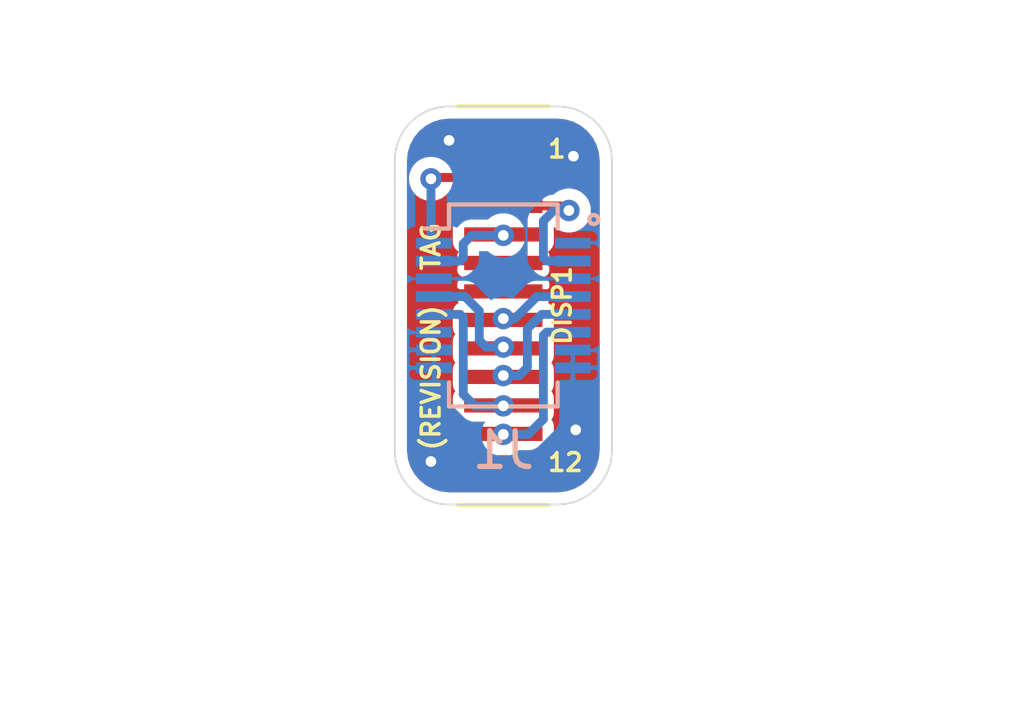
<source format=kicad_pcb>
(kicad_pcb (version 20221018) (generator pcbnew)
  (layers (0 "F.Cu" signal) (31 "B.Cu" signal) (34 "B.Paste" user) (35 "F.Paste" user) (36 "B.SilkS" user "B.Silkscreen") (37 "F.SilkS" user "F.Silkscreen") (38 "B.Mask" user) (39 "F.Mask" user) (44 "Edge.Cuts" user))
  (property "DATE" "YYYY-MM-DD HH:MM:SS")
  (property "REVISION" "REVISION")
  (property "TAG" "TAG")
  (net 0 "")
  (net 1 "GND")
  (net 2 "MOSI")
  (net 3 "CS")
  (net 4 "+3V3")
  (net 5 "LEDK")
  (net 6 "RESET")
  (net 7 "SCLK")
  (net 8 "DC")
  (net 9 "LEDA")
  (footprint "Gigahawk:STP240320_0200B" (layer "F.Cu") (at 116.332 83.9978)
    (fp_text reference "DISP1" (at 1.651 4.3942 270) (layer "F.SilkS") (effects (font (size 0.5 0.5) (thickness 0.1))))
    (fp_text value "STP240320_0200B")
    (fp_text user "12" (at 1.2 8.8) (layer "F.SilkS") (effects (font (size 0.5 0.5) (thickness 0.1)) (justify left)))
    (fp_text user "1" (at 1.2 0) (layer "F.SilkS") (effects (font (size 0.5 0.5) (thickness 0.1)) (justify left)))
    (fp_line (start -1.27 -1.2) (end 1.27 -1.2) (stroke (width 0.12)) (layer "F.SilkS"))
    (fp_line (start -1.27 10) (end 1.27 10) (stroke (width 0.12)) (layer "F.SilkS"))
    (pad "1" smd rect (at 0 0 90) (size 0.4 2.2) (layers "F.Cu" "F.Paste" "F.Mask") (net 1 "GND"))
    (pad "2" smd rect (at 0 0.8 90) (size 0.4 2.2) (layers "F.Cu" "F.Paste" "F.Mask") (net 5 "LEDK"))
    (pad "3" smd rect (at 0 1.6 90) (size 0.4 2.2) (layers "F.Cu" "F.Paste" "F.Mask") (net 9 "LEDA"))
    (pad "4" smd rect (at 0 2.4 90) (size 0.4 2.2) (layers "F.Cu" "F.Paste" "F.Mask") (net 4 "+3V3"))
    (pad "5" smd rect (at 0 3.2 90) (size 0.4 2.2) (layers "F.Cu" "F.Paste" "F.Mask") (net 1 "GND"))
    (pad "6" smd rect (at 0 4 90) (size 0.4 2.2) (layers "F.Cu" "F.Paste" "F.Mask") (net 1 "GND"))
    (pad "7" smd rect (at 0 4.8 90) (size 0.4 2.2) (layers "F.Cu" "F.Paste" "F.Mask") (net 8 "DC"))
    (pad "8" smd rect (at 0 5.6 90) (size 0.4 2.2) (layers "F.Cu" "F.Paste" "F.Mask") (net 3 "CS"))
    (pad "9" smd rect (at 0 6.4 90) (size 0.4 2.2) (layers "F.Cu" "F.Paste" "F.Mask") (net 7 "SCLK"))
    (pad "10" smd rect (at 0 7.2 90) (size 0.4 2.2) (layers "F.Cu" "F.Paste" "F.Mask") (net 2 "MOSI"))
    (pad "11" smd rect (at 0 8 90) (size 0.4 2.2) (layers "F.Cu" "F.Paste" "F.Mask") (net 6 "RESET"))
    (pad "12" smd rect (at 0 8.8 90) (size 0.4 2.2) (layers "F.Cu" "F.Paste" "F.Mask") (net 1 "GND"))
  )
  (footprint "Connector_Molex:Molex_SlimStack_55560-0161_2x08_P0.50mm_Vertical" (layer "B.Cu") (at 116.332 88.392 -90)
    (fp_text reference "J1" (at 4.064 0) (layer "B.SilkS") (effects (justify mirror)))
    (fp_text value "Conn_02x08_Odd_Even")
    (fp_line (start -2.835 -1.525) (end -2.835 1.525) (stroke (width 0.12)) (layer "B.SilkS"))
    (fp_line (start -2.835 1.525) (end -2.16 1.525) (stroke (width 0.12)) (layer "B.SilkS"))
    (fp_line (start -2.16 -1.525) (end -2.835 -1.525) (stroke (width 0.12)) (layer "B.SilkS"))
    (fp_line (start -2.16 1.525) (end -2.16 2.215) (stroke (width 0.12)) (layer "B.SilkS"))
    (fp_line (start 2.16 -1.525) (end 2.835 -1.525) (stroke (width 0.12)) (layer "B.SilkS"))
    (fp_line (start 2.835 -1.525) (end 2.835 1.525) (stroke (width 0.12)) (layer "B.SilkS"))
    (fp_line (start 2.835 1.525) (end 2.16 1.525) (stroke (width 0.12)) (layer "B.SilkS"))
    (pad "1" smd rect (at -1.75 1.95 270) (size 0.3 1) (layers "B.Cu" "B.Paste" "B.Mask") (net 5 "LEDK"))
    (pad "2" smd rect (at -1.75 -1.95 270) (size 0.3 1) (layers "B.Cu" "B.Paste" "B.Mask") (net 1 "GND"))
    (pad "3" smd rect (at -1.25 1.95 270) (size 0.3 1) (layers "B.Cu" "B.Paste" "B.Mask") (net 4 "+3V3"))
    (pad "4" smd rect (at -1.25 -1.95 270) (size 0.3 1) (layers "B.Cu" "B.Paste" "B.Mask") (net 9 "LEDA"))
    (pad "5" smd rect (at -0.75 1.95 270) (size 0.3 1) (layers "B.Cu" "B.Paste" "B.Mask") (net 1 "GND"))
    (pad "6" smd rect (at -0.75 -1.95 270) (size 0.3 1) (layers "B.Cu" "B.Paste" "B.Mask") (net 1 "GND"))
    (pad "7" smd rect (at -0.25 1.95 270) (size 0.3 1) (layers "B.Cu" "B.Paste" "B.Mask") (net 3 "CS"))
    (pad "8" smd rect (at -0.25 -1.95 270) (size 0.3 1) (layers "B.Cu" "B.Paste" "B.Mask") (net 8 "DC"))
    (pad "9" smd rect (at 0.25 1.95 270) (size 0.3 1) (layers "B.Cu" "B.Paste" "B.Mask") (net 2 "MOSI"))
    (pad "10" smd rect (at 0.25 -1.95 270) (size 0.3 1) (layers "B.Cu" "B.Paste" "B.Mask") (net 7 "SCLK"))
    (pad "11" smd rect (at 0.75 1.95 270) (size 0.3 1) (layers "B.Cu" "B.Paste" "B.Mask") (net 1 "GND"))
    (pad "12" smd rect (at 0.75 -1.95 270) (size 0.3 1) (layers "B.Cu" "B.Paste" "B.Mask") (net 6 "RESET"))
    (pad "13" smd rect (at 1.25 1.95 270) (size 0.3 1) (layers "B.Cu" "B.Paste" "B.Mask") (net 1 "GND"))
    (pad "14" smd rect (at 1.25 -1.95 270) (size 0.3 1) (layers "B.Cu" "B.Paste" "B.Mask") (net 1 "GND"))
    (pad "15" smd rect (at 1.75 1.95 270) (size 0.3 1) (layers "B.Cu" "B.Paste" "B.Mask") (net 1 "GND"))
    (pad "16" smd rect (at 1.75 -1.95 270) (size 0.3 1) (layers "B.Cu" "B.Paste" "B.Mask") (net 1 "GND"))
  )
  (gr_circle (center 118.872 85.979) (end 118.872 86.106) (stroke (width 0.12)) (fill none) (layer "B.SilkS"))
  (gr_line (start 117.856 82.804) (end 114.808 82.804) (stroke (width 0.05)) (layer "Edge.Cuts"))
  (gr_line (start 113.284 84.328) (end 113.284 92.456) (stroke (width 0.05)) (layer "Edge.Cuts"))
  (gr_line (start 114.808 93.98) (end 117.856 93.98) (stroke (width 0.05)) (layer "Edge.Cuts"))
  (gr_arc (start 114.808 93.98) (mid 113.730369 93.533631) (end 113.284 92.456) (stroke (width 0.05)) (layer "Edge.Cuts"))
  (gr_arc (start 119.38 92.456) (mid 118.933631 93.533631) (end 117.856 93.98) (stroke (width 0.05)) (layer "Edge.Cuts"))
  (gr_arc (start 117.856 82.804) (mid 118.933631 83.250369) (end 119.38 84.328) (stroke (width 0.05)) (layer "Edge.Cuts"))
  (gr_line (start 119.38 92.456) (end 119.38 84.328) (stroke (width 0.05)) (layer "Edge.Cuts"))
  (gr_arc (start 113.284 84.328) (mid 113.730369 83.250369) (end 114.808 82.804) (stroke (width 0.05)) (layer "Edge.Cuts"))
  (gr_text "${TAG}" (at 114.3 86.741 90) (layer "F.SilkS") (effects (font (size 0.5 0.5) (thickness 0.1))))
  (gr_text "(${REVISION})" (at 114.3 90.424 90) (layer "F.SilkS") (effects (font (size 0.5 0.5) (thickness 0.1))))
  (segment (start 116.332 83.9978) (end 118.0973 83.9978) (width 0.25) (layer "F.Cu") (net 1))
  (segment (start 115.0493 83.9978) (end 114.808 83.7565) (width 0.25) (layer "F.Cu") (net 1))
  (segment (start 116.332 92.7978) (end 117.4507 92.7978) (width 0.25) (layer "F.Cu") (net 1))
  (segment (start 116.332 92.7978) (end 114.3243 92.7978) (width 0.25) (layer "F.Cu") (net 1))
  (segment (start 114.3243 92.7978) (end 114.3 92.7735) (width 0.25) (layer "F.Cu") (net 1))
  (segment (start 118.0973 83.9978) (end 118.3005 84.201) (width 0.25) (layer "F.Cu") (net 1))
  (segment (start 116.332 83.9978) (end 115.0493 83.9978) (width 0.25) (layer "F.Cu") (net 1))
  (segment (start 117.4507 92.7978) (end 118.364 91.8845) (width 0.25) (layer "F.Cu") (net 1))
  (via (at 114.808 83.7565) (size 0.6) (drill 0.3) (layers "F.Cu" "B.Cu") (net 1))
  (via (at 114.3 92.7735) (size 0.6) (drill 0.3) (layers "F.Cu" "B.Cu") (net 1))
  (via (at 118.364 91.8845) (size 0.6) (drill 0.3) (layers "F.Cu" "B.Cu") (net 1))
  (via (at 118.3005 84.201) (size 0.6) (drill 0.3) (layers "F.Cu" "B.Cu") (net 1))
  (segment (start 116.332 91.1978) (end 116.332 91.211497) (width 0.25) (layer "F.Cu") (net 2))
  (via (at 116.332 91.211497) (size 0.6) (drill 0.3) (layers "F.Cu" "B.Cu") (net 2))
  (segment (start 115.207001 88.731999) (end 115.117002 88.642) (width 0.25) (layer "B.Cu") (net 2))
  (segment (start 115.207001 90.886501) (end 115.207001 88.731999) (width 0.25) (layer "B.Cu") (net 2))
  (segment (start 116.332 91.211497) (end 115.531997 91.211497) (width 0.25) (layer "B.Cu") (net 2))
  (segment (start 115.531997 91.211497) (end 115.207001 90.886501) (width 0.25) (layer "B.Cu") (net 2))
  (segment (start 115.117002 88.642) (end 114.382 88.642) (width 0.25) (layer "B.Cu") (net 2))
  (segment (start 116.332 89.5978) (end 116.332 89.560497) (width 0.25) (layer "F.Cu") (net 3))
  (via (at 116.332 89.560497) (size 0.6) (drill 0.3) (layers "F.Cu" "B.Cu") (net 3))
  (segment (start 116.332 89.560497) (end 115.849497 89.560497) (width 0.25) (layer "B.Cu") (net 3))
  (segment (start 115.253412 88.142) (end 114.382 88.142) (width 0.25) (layer "B.Cu") (net 3))
  (segment (start 115.65701 88.545598) (end 115.253412 88.142) (width 0.25) (layer "B.Cu") (net 3))
  (segment (start 115.849497 89.560497) (end 115.657011 89.368011) (width 0.25) (layer "B.Cu") (net 3))
  (segment (start 115.657011 89.368011) (end 115.65701 88.545598) (width 0.25) (layer "B.Cu") (net 3))
  (segment (start 116.332 86.3978) (end 116.332 86.4235) (width 0.25) (layer "F.Cu") (net 4))
  (via (at 116.332 86.4235) (size 0.6) (drill 0.3) (layers "F.Cu" "B.Cu") (net 4))
  (segment (start 115.207001 87.052001) (end 115.207001 86.659499) (width 0.25) (layer "B.Cu") (net 4))
  (segment (start 115.117002 87.142) (end 115.207001 87.052001) (width 0.25) (layer "B.Cu") (net 4))
  (segment (start 116.332 86.4235) (end 115.443 86.4235) (width 0.25) (layer "B.Cu") (net 4))
  (segment (start 115.207001 86.659499) (end 115.443 86.4235) (width 0.25) (layer "B.Cu") (net 4))
  (segment (start 114.382 87.142) (end 115.117002 87.142) (width 0.25) (layer "B.Cu") (net 4))
  (segment (start 116.332 84.7978) (end 114.3382 84.7978) (width 0.25) (layer "F.Cu") (net 5))
  (segment (start 114.3382 84.7978) (end 114.3 84.836) (width 0.25) (layer "F.Cu") (net 5))
  (via (at 114.3 84.836) (size 0.6) (drill 0.3) (layers "F.Cu" "B.Cu") (net 5))
  (segment (start 114.3 86.56) (end 114.382 86.642) (width 0.25) (layer "B.Cu") (net 5))
  (segment (start 114.3 84.836) (end 114.3 86.56) (width 0.25) (layer "B.Cu") (net 5))
  (segment (start 116.332 91.9978) (end 116.332 92.0115) (width 0.25) (layer "F.Cu") (net 6))
  (via (at 116.332 92.0115) (size 0.6) (drill 0.3) (layers "F.Cu" "B.Cu") (net 6))
  (segment (start 116.332 92.0115) (end 117.0305 92.0115) (width 0.25) (layer "B.Cu") (net 6))
  (segment (start 117.456999 91.585001) (end 117.456999 89.231999) (width 0.25) (layer "B.Cu") (net 6))
  (segment (start 117.0305 92.0115) (end 117.456999 91.585001) (width 0.25) (layer "B.Cu") (net 6))
  (segment (start 117.456999 89.231999) (end 117.546998 89.142) (width 0.25) (layer "B.Cu") (net 6))
  (segment (start 117.546998 89.142) (end 118.282 89.142) (width 0.25) (layer "B.Cu") (net 6))
  (segment (start 116.332 90.3978) (end 116.332 90.3605) (width 0.25) (layer "F.Cu") (net 7))
  (via (at 116.332 90.3605) (size 0.6) (drill 0.3) (layers "F.Cu" "B.Cu") (net 7))
  (segment (start 116.332 90.3605) (end 116.7765 90.3605) (width 0.25) (layer "B.Cu") (net 7))
  (segment (start 117.410588 88.642) (end 118.282 88.642) (width 0.25) (layer "B.Cu") (net 7))
  (segment (start 117.006989 90.130011) (end 117.00699 89.045598) (width 0.25) (layer "B.Cu") (net 7))
  (segment (start 116.7765 90.3605) (end 117.006989 90.130011) (width 0.25) (layer "B.Cu") (net 7))
  (segment (start 117.00699 89.045598) (end 117.410588 88.642) (width 0.25) (layer "B.Cu") (net 7))
  (segment (start 116.332 88.7978) (end 116.332 88.760494) (width 0.25) (layer "F.Cu") (net 8))
  (via (at 116.332 88.760494) (size 0.6) (drill 0.3) (layers "F.Cu" "B.Cu") (net 8))
  (segment (start 116.655684 88.760494) (end 117.274178 88.142) (width 0.25) (layer "B.Cu") (net 8))
  (segment (start 117.274178 88.142) (end 118.282 88.142) (width 0.25) (layer "B.Cu") (net 8))
  (segment (start 116.332 88.760494) (end 116.655684 88.760494) (width 0.25) (layer "B.Cu") (net 8))
  (segment (start 118.0463 85.5978) (end 118.1735 85.725) (width 0.25) (layer "F.Cu") (net 9))
  (segment (start 116.332 85.5978) (end 118.0463 85.5978) (width 0.25) (layer "F.Cu") (net 9))
  (via (at 118.1735 85.725) (size 0.6) (drill 0.3) (layers "F.Cu" "B.Cu") (net 9))
  (segment (start 117.456999 86.017237) (end 117.456999 87.052001) (width 0.25) (layer "B.Cu") (net 9))
  (segment (start 117.456999 87.052001) (end 117.546998 87.142) (width 0.25) (layer "B.Cu") (net 9))
  (segment (start 118.1735 85.725) (end 117.749236 85.725) (width 0.25) (layer "B.Cu") (net 9))
  (segment (start 117.546998 87.142) (end 118.282 87.142) (width 0.25) (layer "B.Cu") (net 9))
  (segment (start 117.749236 85.725) (end 117.456999 86.017237) (width 0.25) (layer "B.Cu") (net 9))
  (zone (net 1) (net_name "GND") (layer "F.Cu") (connect_pads (clearance 0.254)) (min_thickness 0.127) (fill yes (thermal_gap 0.127) (thermal_bridge_width 0.254))
    (polygon (pts (xy 119.888 94.488) (xy 112.776 94.488) (xy 112.776 82.296) (xy 119.888 82.296)))
  )
  (zone (net 1) (net_name "GND") (layer "B.Cu") (connect_pads (clearance 0.254)) (min_thickness 0.127) (fill yes (thermal_gap 0.127) (thermal_bridge_width 0.254))
    (polygon (pts (xy 119.888 94.488) (xy 112.776 94.488) (xy 112.776 82.296) (xy 119.888 82.296)))
  )
)
</source>
